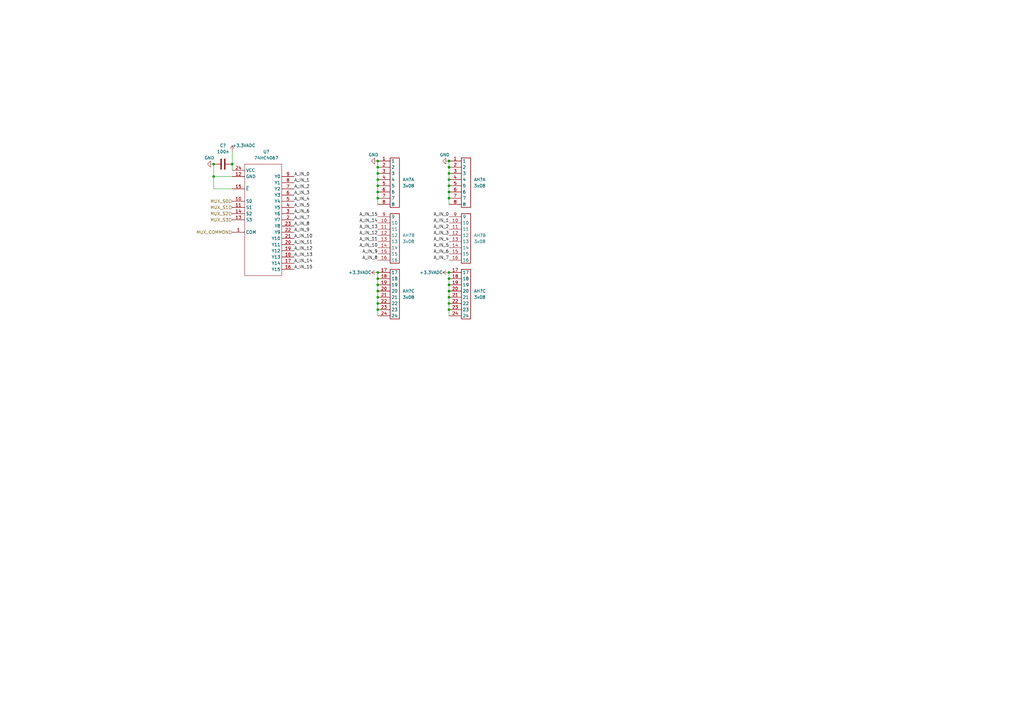
<source format=kicad_sch>
(kicad_sch (version 20211123) (generator eeschema)
  (paper "A3")
  (lib_symbols
    (symbol "Device:C" (pin_numbers hide) (pin_names (offset 0.254))
      (property "Reference" "C" (at 0.635 2.54 0))
      (property "Value" "C" (at 0.635 -2.54 0))
      (symbol "C_0_1"
        (polyline (pts (xy -2.032 -0.762) (xy 2.032 -0.762)) (stroke (width 0.508)))
        (polyline (pts (xy -2.032 0.762) (xy 2.032 0.762)) (stroke (width 0.508)))
      )
      (symbol "C_1_1"
        (pin passive line (at 0 3.81 270) (length 2.794) (name "~") (number "1"))
        (pin passive line (at 0 -3.81 90) (length 2.794) (name "~") (number "2"))
      )
    )
    (symbol "igor_lib:3x08"
      (property "Reference" "J?" (at 1.27 24.13 0))
      (property "Value" "3x08" (at 1.27 21.59 0))
      (symbol "3x08_1_1"
        (rectangle (start 0 20.32) (end 3.81 0) (stroke (width 0.254)))
        (pin passive line (at -5.08 19.05 0) (length 5.08) (name "1") (number "1"))
        (pin passive line (at -5.08 16.51 0) (length 5.08) (name "2") (number "2"))
        (pin passive line (at -5.08 13.97 0) (length 5.08) (name "3") (number "3"))
        (pin passive line (at -5.08 11.43 0) (length 5.08) (name "4") (number "4"))
        (pin passive line (at -5.08 8.89 0) (length 5.08) (name "5") (number "5"))
        (pin passive line (at -5.08 6.35 0) (length 5.08) (name "6") (number "6"))
        (pin passive line (at -5.08 3.81 0) (length 5.08) (name "7") (number "7"))
        (pin passive line (at -5.08 1.27 0) (length 5.08) (name "8") (number "8"))
      )
      (symbol "3x08_2_1"
        (rectangle (start 0 20.32) (end 3.81 0) (stroke (width 0.254)))
        (pin passive line (at -5.08 16.51 0) (length 5.08) (name "10") (number "10"))
        (pin passive line (at -5.08 13.97 0) (length 5.08) (name "11") (number "11"))
        (pin passive line (at -5.08 11.43 0) (length 5.08) (name "12") (number "12"))
        (pin passive line (at -5.08 8.89 0) (length 5.08) (name "13") (number "13"))
        (pin passive line (at -5.08 6.35 0) (length 5.08) (name "14") (number "14"))
        (pin passive line (at -5.08 3.81 0) (length 5.08) (name "15") (number "15"))
        (pin passive line (at -5.08 1.27 0) (length 5.08) (name "16") (number "16"))
        (pin passive line (at -5.08 19.05 0) (length 5.08) (name "9") (number "9"))
      )
      (symbol "3x08_3_1"
        (rectangle (start 0 20.32) (end 3.81 0) (stroke (width 0.254)))
        (pin passive line (at -5.08 19.05 0) (length 5.08) (name "17") (number "17"))
        (pin passive line (at -5.08 16.51 0) (length 5.08) (name "18") (number "18"))
        (pin passive line (at -5.08 13.97 0) (length 5.08) (name "19") (number "19"))
        (pin passive line (at -5.08 11.43 0) (length 5.08) (name "20") (number "20"))
        (pin passive line (at -5.08 8.89 0) (length 5.08) (name "21") (number "21"))
        (pin passive line (at -5.08 6.35 0) (length 5.08) (name "22") (number "22"))
        (pin passive line (at -5.08 3.81 0) (length 5.08) (name "23") (number "23"))
        (pin passive line (at -5.08 1.27 0) (length 5.08) (name "24") (number "24"))
      )
    )
    (symbol "igor_lib:74HC4067"
      (property "Reference" "U1" (at 6.35 49.53 0))
      (property "Value" "74HC4067" (at 2.54 46.99 0))
      (symbol "74HC4067_0_1"
        (rectangle (start 0 45.72) (end 15.24 0))
      )
      (symbol "74HC4067_1_1"
        (pin passive line (at -5.08 17.78 0) (length 5.08) (name "COM") (number "1"))
        (pin input line (at -5.08 30.48 0) (length 5.08) (name "S0") (number "10"))
        (pin input line (at -5.08 27.94 0) (length 5.08) (name "S1") (number "11"))
        (pin power_in line (at -5.08 40.64 0) (length 5.08) (name "GND") (number "12"))
        (pin input line (at -5.08 22.86 0) (length 5.08) (name "S3") (number "13"))
        (pin input line (at -5.08 25.4 0) (length 5.08) (name "S2") (number "14"))
        (pin input line (at -5.08 35.56 0) (length 5.08) (name "~{E}") (number "15"))
        (pin passive line (at 20.32 2.54 180) (length 5.08) (name "Y15") (number "16"))
        (pin passive line (at 20.32 5.08 180) (length 5.08) (name "Y14") (number "17"))
        (pin passive line (at 20.32 7.62 180) (length 5.08) (name "Y13") (number "18"))
        (pin passive line (at 20.32 10.16 180) (length 5.08) (name "Y12") (number "19"))
        (pin passive line (at 20.32 22.86 180) (length 5.08) (name "Y7") (number "2"))
        (pin passive line (at 20.32 12.7 180) (length 5.08) (name "Y11") (number "20"))
        (pin passive line (at 20.32 15.24 180) (length 5.08) (name "Y10") (number "21"))
        (pin passive line (at 20.32 17.78 180) (length 5.08) (name "Y9") (number "22"))
        (pin passive line (at 20.32 20.32 180) (length 5.08) (name "Y8") (number "23"))
        (pin power_in line (at -5.08 43.18 0) (length 5.08) (name "VCC") (number "24"))
        (pin passive line (at 20.32 25.4 180) (length 5.08) (name "Y6") (number "3"))
        (pin passive line (at 20.32 27.94 180) (length 5.08) (name "Y5") (number "4"))
        (pin passive line (at 20.32 30.48 180) (length 5.08) (name "Y4") (number "5"))
        (pin passive line (at 20.32 33.02 180) (length 5.08) (name "Y3") (number "6"))
        (pin passive line (at 20.32 35.56 180) (length 5.08) (name "Y2") (number "7"))
        (pin passive line (at 20.32 38.1 180) (length 5.08) (name "Y1") (number "8"))
        (pin passive line (at 20.32 40.64 180) (length 5.08) (name "Y0") (number "9"))
      )
    )
    (symbol "power:+3.3VADC" (power) (pin_names (offset 0))
      (property "Value" "+3.3VADC" (at 0 2.54 0))
      (symbol "+3.3VADC_0_0"
        (pin power_in line (at 0 0 90) (length 0) hide (name "+3.3VADC") (number "1"))
      )
      (symbol "+3.3VADC_0_1"
        (polyline (pts (xy -0.762 1.27) (xy 0 2.54)))
        (polyline (pts (xy 0 0) (xy 0 2.54)))
        (polyline (pts (xy 0 2.54) (xy 0.762 1.27)))
      )
    )
    (symbol "power:GND" (power) (pin_names (offset 0))
      (property "Value" "GND" (at 0 -3.81 0))
      (symbol "GND_0_1"
        (polyline (pts (xy 0 0) (xy 0 -1.27) (xy 1.27 -1.27) (xy 0 -2.54) (xy -1.27 -1.27) (xy 0 -1.27)))
      )
      (symbol "GND_1_1"
        (pin power_in line (at 0 0 270) (length 0) hide (name "GND") (number "1"))
      )
    )
  )
  (junction (at 154.94 71.12))
  (junction (at 184.15 116.84))
  (junction (at 184.15 71.12))
  (junction (at 87.63 72.39))
  (junction (at 154.94 114.3))
  (junction (at 154.94 81.28))
  (junction (at 184.15 114.3))
  (junction (at 184.15 78.74))
  (junction (at 184.15 81.28))
  (junction (at 184.15 111.76))
  (junction (at 184.15 121.92))
  (junction (at 154.94 111.76))
  (junction (at 184.15 68.58))
  (junction (at 95.25 67.31))
  (junction (at 184.15 66.04))
  (junction (at 154.94 127))
  (junction (at 154.94 119.38))
  (junction (at 184.15 119.38))
  (junction (at 184.15 124.46))
  (junction (at 184.15 76.2))
  (junction (at 154.94 121.92))
  (junction (at 154.94 76.2))
  (junction (at 184.15 127))
  (junction (at 154.94 78.74))
  (junction (at 154.94 116.84))
  (junction (at 87.63 67.31))
  (junction (at 154.94 73.66))
  (junction (at 154.94 68.58))
  (junction (at 184.15 73.66))
  (junction (at 154.94 124.46))
  (junction (at 154.94 66.04))
  (wire (pts (xy 184.15 68.58) (xy 184.15 71.12)))
  (wire (pts (xy 95.25 67.31) (xy 95.25 69.85)))
  (wire (pts (xy 184.15 119.38) (xy 184.15 121.92)))
  (wire (pts (xy 184.15 73.66) (xy 184.15 76.2)))
  (wire (pts (xy 184.15 81.28) (xy 184.15 83.82)))
  (wire (pts (xy 184.15 78.74) (xy 184.15 81.28)))
  (wire (pts (xy 154.94 71.12) (xy 154.94 73.66)))
  (wire (pts (xy 184.15 127) (xy 184.15 129.54)))
  (wire (pts (xy 95.25 77.47) (xy 87.63 77.47)))
  (wire (pts (xy 154.94 116.84) (xy 154.94 119.38)))
  (wire (pts (xy 184.15 71.12) (xy 184.15 73.66)))
  (wire (pts (xy 154.94 78.74) (xy 154.94 81.28)))
  (wire (pts (xy 184.15 111.76) (xy 184.15 114.3)))
  (wire (pts (xy 154.94 124.46) (xy 154.94 127)))
  (wire (pts (xy 184.15 116.84) (xy 184.15 119.38)))
  (wire (pts (xy 184.15 76.2) (xy 184.15 78.74)))
  (wire (pts (xy 154.94 76.2) (xy 154.94 78.74)))
  (wire (pts (xy 95.25 62.23) (xy 95.25 67.31)))
  (wire (pts (xy 184.15 114.3) (xy 184.15 116.84)))
  (wire (pts (xy 154.94 121.92) (xy 154.94 124.46)))
  (wire (pts (xy 184.15 121.92) (xy 184.15 124.46)))
  (wire (pts (xy 154.94 68.58) (xy 154.94 71.12)))
  (wire (pts (xy 154.94 66.04) (xy 154.94 68.58)))
  (wire (pts (xy 87.63 72.39) (xy 87.63 67.31)))
  (wire (pts (xy 154.94 119.38) (xy 154.94 121.92)))
  (wire (pts (xy 154.94 114.3) (xy 154.94 116.84)))
  (wire (pts (xy 154.94 81.28) (xy 154.94 83.82)))
  (wire (pts (xy 184.15 66.04) (xy 184.15 68.58)))
  (wire (pts (xy 154.94 73.66) (xy 154.94 76.2)))
  (wire (pts (xy 184.15 124.46) (xy 184.15 127)))
  (wire (pts (xy 87.63 77.47) (xy 87.63 72.39)))
  (wire (pts (xy 154.94 111.76) (xy 154.94 114.3)))
  (wire (pts (xy 95.25 72.39) (xy 87.63 72.39)))
  (wire (pts (xy 154.94 127) (xy 154.94 129.54)))
  (label "A_IN_12" (at 154.94 96.52 180))
  (label "A_IN_9" (at 154.94 104.14 180))
  (label "A_IN_10" (at 154.94 101.6 180))
  (label "A_IN_2" (at 184.15 93.98 180))
  (label "A_IN_0" (at 184.15 88.9 180))
  (label "A_IN_15" (at 154.94 88.9 180))
  (label "A_IN_1" (at 184.15 91.44 180))
  (label "A_IN_4" (at 120.65 82.55 0))
  (label "A_IN_10" (at 120.65 97.79 0))
  (label "A_IN_14" (at 154.94 91.44 180))
  (label "A_IN_3" (at 120.65 80.01 0))
  (label "A_IN_5" (at 120.65 85.09 0))
  (label "A_IN_9" (at 120.65 95.25 0))
  (label "A_IN_5" (at 184.15 101.6 180))
  (label "A_IN_13" (at 120.65 105.41 0))
  (label "A_IN_0" (at 120.65 72.39 0))
  (label "A_IN_8" (at 154.94 106.68 180))
  (label "A_IN_8" (at 120.65 92.71 0))
  (label "A_IN_4" (at 184.15 99.06 180))
  (label "A_IN_12" (at 120.65 102.87 0))
  (label "A_IN_11" (at 120.65 100.33 0))
  (label "A_IN_7" (at 120.65 90.17 0))
  (label "A_IN_13" (at 154.94 93.98 180))
  (label "A_IN_14" (at 120.65 107.95 0))
  (label "A_IN_6" (at 120.65 87.63 0))
  (label "A_IN_15" (at 120.65 110.49 0))
  (label "A_IN_3" (at 184.15 96.52 180))
  (label "A_IN_1" (at 120.65 74.93 0))
  (label "A_IN_6" (at 184.15 104.14 180))
  (label "A_IN_11" (at 154.94 99.06 180))
  (label "A_IN_7" (at 184.15 106.68 180))
  (label "A_IN_2" (at 120.65 77.47 0))
  (hierarchical_label "MUX_S3" (shape input) (at 95.25 90.17 180))
  (hierarchical_label "MUX_COMMON" (shape input) (at 95.25 95.25 180))
  (hierarchical_label "MUX_S2" (shape input) (at 95.25 87.63 180))
  (hierarchical_label "MUX_S0" (shape input) (at 95.25 82.55 180))
  (hierarchical_label "MUX_S1" (shape input) (at 95.25 85.09 180))
  (symbol (lib_id "igor_lib:3x08") (at 189.23 107.95 0) (unit 2)
    (property "Reference" "AH?" (at 194.31 96.5199 0) (effects (justify left)))
    (property "Value" "3x08" (at 194.31 99.0599 0) (effects (justify left)))
    (property "Footprint" "igor_footprint_lib:3x08" (effects hide))
  )
  (symbol (lib_id "igor_lib:3x08") (at 189.23 85.09 0) (unit 1)
    (property "Reference" "AH?" (at 194.31 73.6599 0) (effects (justify left)))
    (property "Value" "3x08" (at 194.31 76.1999 0) (effects (justify left)))
    (property "Footprint" "igor_footprint_lib:3x08" (effects hide))
  )
  (symbol (lib_id "power:GND") (at 154.94 66.04 270) (unit 1)
    (property "Reference" "#PWR?" (effects hide))
    (property "Value" "GND" (at 151.13 63.5 90) (effects (justify left)))
  )
  (symbol (lib_id "power:+3.3VADC") (at 154.94 111.76 90) (unit 1)
    (property "Reference" "#PWR?" (effects hide))
    (property "Value" "+3.3VADC" (at 152.4 111.76 90) (effects (justify left)))
  )
  (symbol (lib_id "igor_lib:3x08") (at 160.02 130.81 0) (unit 3)
    (property "Reference" "AH?" (at 165.1 119.3799 0) (effects (justify left)))
    (property "Value" "3x08" (at 165.1 121.9199 0) (effects (justify left)))
    (property "Footprint" "igor_footprint_lib:3x08" (effects hide))
  )
  (symbol (lib_id "power:GND") (at 184.15 66.04 270) (unit 1)
    (property "Reference" "#PWR?" (effects hide))
    (property "Value" "GND" (at 180.34 63.5 90) (effects (justify left)))
  )
  (symbol (lib_id "igor_lib:3x08") (at 189.23 130.81 0) (unit 3)
    (property "Reference" "AH?" (at 194.31 119.3799 0) (effects (justify left)))
    (property "Value" "3x08" (at 194.31 121.9199 0) (effects (justify left)))
    (property "Footprint" "igor_footprint_lib:3x08" (effects hide))
  )
  (symbol (lib_id "Device:C") (at 91.44 67.31 90) (unit 1)
    (property "Reference" "C?" (at 91.44 59.69 90))
    (property "Value" "100n" (at 91.44 62.23 90))
    (property "Footprint" "Capacitor_SMD:C_0402_1005Metric" (effects hide))
    (property "LCSC" "C1525" (effects hide))
  )
  (symbol (lib_id "igor_lib:74HC4067") (at 100.33 113.03 0) (unit 1)
    (property "Reference" "U?" (at 109.22 62.23 0))
    (property "Value" "74HC4067" (at 109.22 64.77 0))
    (property "Footprint" "Package_SO:SOIC-24W_7.5x15.4mm_P1.27mm" (effects hide))
    (property "LCSC" "C496123" (effects hide))
  )
  (symbol (lib_id "power:GND") (at 87.63 67.31 270) (unit 1)
    (property "Reference" "#PWR?" (effects hide))
    (property "Value" "GND" (at 83.82 64.77 90) (effects (justify left)))
  )
  (symbol (lib_id "power:+3.3VADC") (at 95.25 62.23 0) (unit 1)
    (property "Reference" "#PWR?" (effects hide))
    (property "Value" "+3.3VADC" (at 95.25 59.69 0) (effects (justify left)))
  )
  (symbol (lib_id "igor_lib:3x08") (at 160.02 85.09 0) (unit 1)
    (property "Reference" "AH?" (at 165.1 73.6599 0) (effects (justify left)))
    (property "Value" "3x08" (at 165.1 76.1999 0) (effects (justify left)))
    (property "Footprint" "igor_footprint_lib:3x08" (effects hide))
  )
  (symbol (lib_id "power:+3.3VADC") (at 184.15 111.76 90) (unit 1)
    (property "Reference" "#PWR?" (effects hide))
    (property "Value" "+3.3VADC" (at 181.61 111.76 90) (effects (justify left)))
  )
  (symbol (lib_id "igor_lib:3x08") (at 160.02 107.95 0) (unit 2)
    (property "Reference" "AH?" (at 165.1 96.5199 0) (effects (justify left)))
    (property "Value" "3x08" (at 165.1 99.0599 0) (effects (justify left)))
    (property "Footprint" "igor_footprint_lib:3x08" (effects hide))
  )
)
</source>
